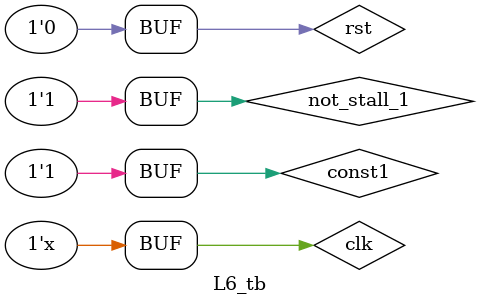
<source format=v>
module L6_tb();
	
	reg clk, rst;
	wire const1 = 1'b1;
	
	//wires
	wire [7:0] pc;	
	wire [3:0] opcode, dst, src1, offset;
	wire D, WrX, MemWr, MemRd, imm, bz, bnz, jmp, sub, spc, halt;
	wire [15:0] rf_0, rf_1;
	wire branch, not_stall;
	wire stall; 
	reg not_stall_1;
	wire WrX_s2;
	wire [3:0] dst_s2;
	wire [15:0] wbdata;
	
	wire hzd;
	wire [7:0] new_pc;
    Lab6_PC pcm(.clk(clk),
                .hazard(hzd),
                .load_new_pc(branch),
                .new_pc(new_pc),
		        .PC_out(pc));
		       
    branch_pc BPC(.clk(clk),
                  .pc_address(pc),
                  .offset(offset),
                  .adjusted_pc(new_pc));
		   
	wire [15:0] instruction;
	lab6_IMEM imem(.clk(clk),
                   .address(pc),
			       .DataOut(instruction));
	
    wire ir_le;
    HALT h(.halt(halt),
           //.not_stall(not_stall_1),
           .LE(ir_le));
           
	IR ir(.mem_data(instruction),
		  .clk(clk),
		  .IRin(ir_le),
		  .hazard(hzd),
		  .branch(branch),
		  .opcode(opcode),
          .dest_reg(dst),
          .src_reg1(src1),
          .src_reg2(offset));
		
	wire [7:0] pc_1stage;
	SimpleReg8 pcstage1(.Ain(pc),
						.load_en(not_stall_1),
						.clk(clk),
						.Aout(pc_1stage));
		  
	Lab6_DECODE decoder(.opcode(opcode),
						.D(D),       
						.WrX(WrX),
						.MemWr(MemWr),   
						.MemRd(MemRd),
						.imm(imm),     
						.bz(bz),      
						.bnz(bnz),
						.beq(beq),
						.bneq(bneq),
						.bgt(bgt),
						.blt(blt),     
						.jmp(jmp),     
						.sub(sub),     
						.spc(spc),
						.halt(halt));
	
	wire WrX_s, MemRd_s;
	wire [1:0] fwd_a, fwd_b;
	wire [3:0] dst_s;				
    forward_ct FWD(.WrX_s(WrX_s),
                   .WrX_s2(WrX_s2),
                   .MemRd_s(MemRd_s),
                   .imm(imm),
                   .dest_s(dst_s),
                   .dest_s2(dst_s2),
                   .src1_reg(src1),
                   .src2_reg(offset),
                   .forward_a(fwd_a),
                   .forward_b(fwd_b),
                   .forward_mem(fwd_mem));
    
    wire [7:0] npc;               
    hazard_ct HZD(.pc(pc),
                  .MemRd_s(MemRd_s),
                  .dest_s(dst_s),
                  .src1_reg(src1),
                  .src2_reg(offset),
                  .hazard(hzd),
                  .new_pc(npc));
    
    wire [15:0] rf_0_branch, rf_1_branch;              
    branch_ct BRANCH(.bz(bz),
                     .bnz(bnz),
                     .beq(beq),
                     .bneq(bneq),
                     .bgt(bgt),
                     .blt(blt),
                     .jmp(jmp),
                     .rf_0(rf_0_branch),
                     .rf_1(rf_1_branch),
                     .load_new_pc(branch));
    
    wire [15:0] aluResult;                 
    branch_mux BRNCH_MUX(.forward_a(fwd_a),
                         .forward_b(fwd_b),
                         .rf_0(rf_0),
                         .rf_1(rf_1),
                         .adder_data(aluResult),
                         .wbmux_data(wbdata),
                         .mux_output_a(rf_0_branch),
                         .mux_output_b(rf_1_branch));
    
    wire [3:0] rf_1_in;                     
    rf_mux rfMUX(.beq(beq),
                 .bneq(bneq),
                 .bgt(bgt),
                 .blt(blt),
                 .src2_reg(offset),
                 .dst_reg(dst),
                 .mux_out(rf_1_in));	

	wire [15:0] regdata;
	RF rf(.clk(clk),
          .rst(rst),
          .DataIn(wbdata),
          .raddr_0(src1),
          .raddr_1(rf_1_in),
          .waddr(dst_s2),
          .WrX(WrX_s2),
          .out_data_0(rf_0),
          .out_data_1(rf_1),
          .regdata(regdata));
          
         
		
	wire [15:0] B_in;
	immediate_mux im(.RF(rf_1),
                     .imm(offset),
                     .RF_imm(imm),
                     .B(B_in));
    
    wire [15:0] fwd_a_data, fwd_b_data;                
    fwd_mux fwd_A(.rf_out(rf_0),
                  .adder_data(aluResult),
                  .wbmux_data(wbdata),
                  .fwd(fwd_a),
                  .fwd_mux_out(fwd_a_data));
                  
    fwd_mux fwd_B(.rf_out(B_in),
                  .adder_data(aluResult),
                  .wbmux_data(wbdata),
                  .fwd(fwd_b),
                  .fwd_mux_out(fwd_b_data));
	
	wire [15:0] A_out;
	simple_reg A(.Ain(fwd_a_data),
                 .load_en(not_stall_1),
                 .clk(clk),
                 .Aout(A_out));
	
	wire [15:0] B_out;	
	simple_reg B(.Ain(fwd_b_data),
                 .load_en(not_stall_1),
                 .clk(clk),
                 .Aout(B_out));
	
	//_s dented staged 1 time
	wire sub_s, MemWr_s, D_s, spc_s;
	wire [3:0] opcode_s;
	wire [15:0] rf_0_s, rf_1_s;
	wire [15:0] regdata_s;
	STAGING stg(.clk(clk),
				.LD_EN(const1),
				.WrX_in(WrX),
				.Wrx_out(WrX_s),
				.sub_in(sub),
				.sub_out(sub_s),
				.op_in(opcode),
				.op_out(opcode_s),
				.MemRd_in(MemRd),
				.MemRd_out(MemRd_s),
				.MemWr_in(MemWr),
				.MemWr_out(MemWr_s),
				.dst_in(dst),
				.dst_out(dst_s),
				.rf_0_in(rf_0),
				.rf_1_in(rf_1),
				.rf_0_out(rf_0_s),
				.rf_1_out(rf_1_s),
				.D_in(D),
				.D_out(D_s),
				.rfdata_in(regdata),
				.rfdata_out(regdata_s),
				.spc_in(spc),
				.spc_out(spc_s),
				.hazard(hzd),
				.branch(branch));
				
	wire [7:0] pc_2stage;
	SimpleReg8 pcstage2(.Ain(pc_1stage),
						.load_en(not_stall_1),
						.clk(clk),
						.Aout(pc_2stage));
		
	ALU alu(.in_A(A_out),
		    .in_B(B_out),
		    .add_sub(sub_s),
		    .adder_out(aluResult));
		
	wire [15:0] G;
	simple_reg Gr(.Ain(aluResult),
                 .load_en(const1),
                 .clk(clk),
                 .Aout(G));
	
	wire [15:0] mem_mux_data;
	mem_mux MEMmux(.fwd(fwd_mem),
	               .rf_0_s(rf_0_s),
	               .adder_data(G),
	               .address(mem_mux_data));
	
	wire datavalid;
	wire [15:0] dmem_data;
	lab6_DMEM dmem(.clk(clk),
                   .Address(mem_mux_data),
                   .DataIn(rf_1_s),
                   .MemWr(MemWr_s),
                   .MemRd(MemRd_s),
                   .DataValid(datavalid),
			       .DataOut(dmem_data));
				
	wire [7:0] pc_3stage;
	SimpleReg8 pcstage3(.Ain(pc_2stage),
						.load_en(const1),
						.clk(clk),
						.Aout(pc_3stage));
		
	wire spc_s2;
	SimpleReg1 spcstage(.Ain(spc_s),
						.load_en(const1),
						.clk(clk),
						.Aout(spc_s2));
	wire MemRd_s2;					
	SimpleReg1 memrdstage(.Ain(MemRd_s),
						 .load_en(const1),
						 .clk(clk),
						 .Aout(MemRd_s2));
						 
				
	wire [15:0] memdata;
	MDR mdr(.MD_in(dmem_data),
            .load_en(const1),
            .clk(clk),
            .MD_out(memdata));
		
	WB_staging wbs(.clk(clk),
				   .LD_EN(const1),
				   .WrX_in(WrX_s),
				   .WrX_out(WrX_s2),
				   .dst_in(dst_s),
				   .dst_out(dst_s2));

	WBMux wbm(.MDR_data(memdata),
			  .G_data(G),
			  .PC_data(pc_3stage),
			  .load(MemRd_s2),
			  .SavePC(spc_s2),
			  .mux_output(wbdata));
	
	
	initial begin
		clk = 0;
		rst = 1;
		#2
		not_stall_1 = 1;
		#2;
		rst = 0;
	end
	
	always #1 clk = !clk;

endmodule
</source>
